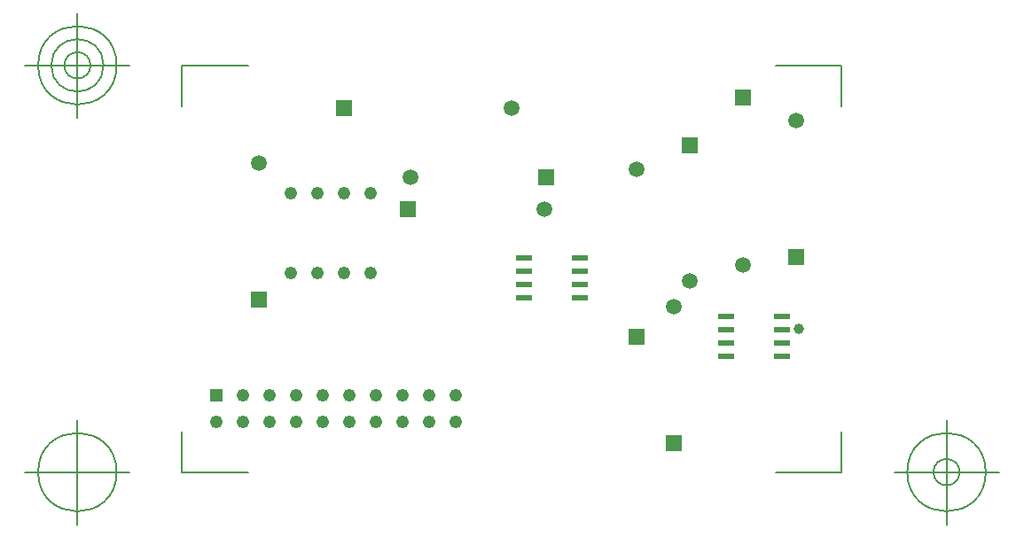
<source format=gbr>
G04 Generated by Ultiboard 14.2 *
%FSLAX24Y24*%
%MOIN*%

%ADD10C,0.0001*%
%ADD11C,0.0050*%
%ADD12C,0.0394*%
%ADD13C,0.0490*%
%ADD14R,0.0490X0.0490*%
%ADD15C,0.0591*%
%ADD16R,0.0591X0.0591*%
%ADD17R,0.0610X0.0236*%


G04 ColorRGB FF00CC for the following layer *
%LNSolder Mask Top*%
%LPD*%
G54D10*
G54D11*
X3697Y7900D02*
X3697Y9430D01*
X3697Y7900D02*
X6178Y7900D01*
X28500Y7900D02*
X26020Y7900D01*
X28500Y7900D02*
X28500Y9430D01*
X28500Y23200D02*
X28500Y21670D01*
X28500Y23200D02*
X26020Y23200D01*
X3697Y23200D02*
X6178Y23200D01*
X3697Y23200D02*
X3697Y21670D01*
X1729Y7900D02*
X-2208Y7900D01*
X-240Y5931D02*
X-240Y9869D01*
X-1716Y7900D02*
G75*
D01*
G02X-1716Y7900I1476J0*
G01*
X30469Y7900D02*
X34406Y7900D01*
X32437Y5931D02*
X32437Y9869D01*
X30961Y7900D02*
G75*
D01*
G02X30961Y7900I1476J0*
G01*
X31945Y7900D02*
G75*
D01*
G02X31945Y7900I492J0*
G01*
X1729Y23200D02*
X-2208Y23200D01*
X-240Y21231D02*
X-240Y25169D01*
X-1716Y23200D02*
G75*
D01*
G02X-1716Y23200I1476J0*
G01*
X-1224Y23200D02*
G75*
D01*
G02X-1224Y23200I984J0*
G01*
X-732Y23200D02*
G75*
D01*
G02X-732Y23200I492J0*
G01*
G54D12*
X26900Y13300D03*
G54D13*
X6000Y10800D03*
X7000Y10800D03*
X8000Y10800D03*
X9000Y10800D03*
X10000Y10800D03*
X11000Y10800D03*
X12000Y10800D03*
X13000Y10800D03*
X14000Y10800D03*
X5000Y9800D03*
X6000Y9800D03*
X7000Y9800D03*
X8000Y9800D03*
X9000Y9800D03*
X10000Y9800D03*
X11000Y9800D03*
X12000Y9800D03*
X13000Y9800D03*
X14000Y9800D03*
X7800Y15400D03*
X7800Y18400D03*
X8800Y15400D03*
X10800Y15400D03*
X9800Y15400D03*
X10800Y18400D03*
X8800Y18400D03*
X9800Y18400D03*
G54D14*
X5000Y10800D03*
G54D15*
X17318Y17800D03*
X16099Y21600D03*
X6600Y19518D03*
X24800Y15701D03*
X22800Y15082D03*
X26800Y21118D03*
X22200Y14118D03*
X20800Y19299D03*
X12282Y19000D03*
G54D16*
X12200Y17800D03*
X9800Y21600D03*
X6600Y14400D03*
X24800Y22000D03*
X22800Y20200D03*
X26800Y16000D03*
X22200Y9000D03*
X20800Y13000D03*
X17400Y19000D03*
G54D17*
X24137Y12750D03*
X24137Y12250D03*
X24137Y13750D03*
X24137Y13250D03*
X26263Y12250D03*
X26263Y12750D03*
X26263Y13250D03*
X26263Y13750D03*
X16537Y14950D03*
X16537Y14450D03*
X16537Y15950D03*
X16537Y15450D03*
X18663Y14450D03*
X18663Y14950D03*
X18663Y15450D03*
X18663Y15950D03*

M02*

</source>
